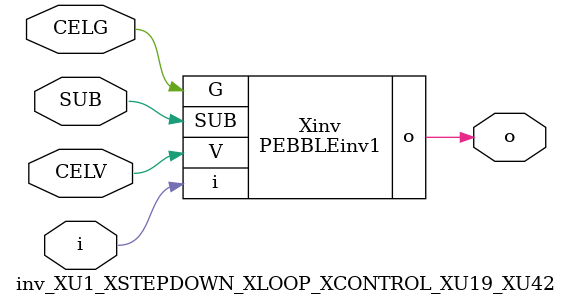
<source format=v>



module PEBBLEinv1 ( o, G, SUB, V, i );

  input V;
  input i;
  input G;
  output o;
  input SUB;
endmodule

//Celera Confidential Do Not Copy inv_XU1_XSTEPDOWN_XLOOP_XCONTROL_XU19_XU42
//Celera Confidential Symbol Generator
//5V Inverter
module inv_XU1_XSTEPDOWN_XLOOP_XCONTROL_XU19_XU42 (CELV,CELG,i,o,SUB);
input CELV;
input CELG;
input i;
input SUB;
output o;

//Celera Confidential Do Not Copy inv
PEBBLEinv1 Xinv(
.V (CELV),
.i (i),
.o (o),
.SUB (SUB),
.G (CELG)
);
//,diesize,PEBBLEinv1

//Celera Confidential Do Not Copy Module End
//Celera Schematic Generator
endmodule

</source>
